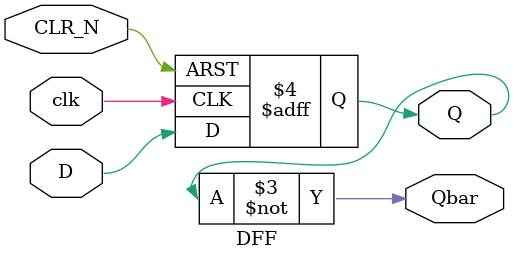
<source format=sv>
`timescale 1ns / 1ps

module DFF(
input logic clk,
input logic  D,
input logic CLR_N,
output logic Q,
output logic Qbar
    );
    
    always_ff @(posedge clk, negedge CLR_N) begin
        if(~CLR_N) begin
        Q<=8'b00000000;
       end
            else begin
            Q<=D;
            end
    
    end
    assign Qbar=~Q;
endmodule

</source>
